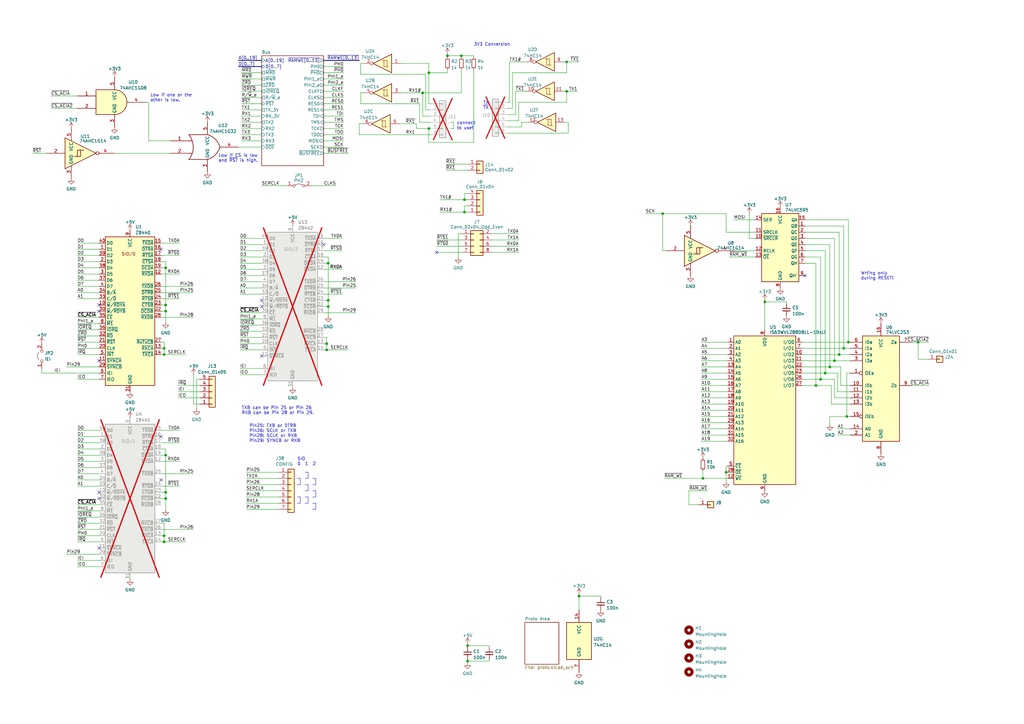
<source format=kicad_sch>
(kicad_sch (version 20230121) (generator eeschema)
  (paper "A3")
  (title_block (title "Unicomp v2 - Zilog Multi Serial") (date "2023-07-06") (rev "v1.1.") (company "100% Offner") (comment 1 "v1: Initial"))
  (junction (at 232.41 25.4))
  (junction (at 175.895 29.845))
  (junction (at 347.98 140.335))
  (junction (at 183.515 22.86))
  (junction (at 232.41 37.465))
  (junction (at 67.31 222.25))
  (junction (at 134.62 123.19))
  (junction (at 237.49 244.475))
  (junction (at 313.69 123.825))
  (junction (at 134.62 107.95))
  (junction (at 67.31 219.71))
  (junction (at 346.075 142.875))
  (junction (at 347.345 170.815))
  (junction (at 344.17 145.415))
  (junction (at 133.985 143.51))
  (junction (at 67.945 201.93))
  (junction (at 67.945 204.47))
  (junction (at 338.455 153.035))
  (junction (at 336.55 155.575))
  (junction (at 67.945 127.635))
  (junction (at 288.29 196.215))
  (junction (at 191.77 264.795))
  (junction (at 175.895 52.705))
  (junction (at 67.945 125.095))
  (junction (at 340.36 150.495))
  (junction (at 271.78 87.63))
  (junction (at 297.815 193.675))
  (junction (at 133.985 140.97))
  (junction (at 67.945 109.855))
  (junction (at 190.5 86.995))
  (junction (at 334.645 158.115))
  (junction (at 173.355 38.1))
  (junction (at 342.265 147.955))
  (junction (at 190.5 81.915))
  (junction (at 191.77 271.145))
  (junction (at 189.23 22.86))
  (junction (at 67.945 186.69))
  (junction (at 67.31 145.415))
  (junction (at 376.555 140.335))
  (junction (at 134.62 125.73))
  (junction (at 67.31 142.875))
  (no_connect (at 179.07 103.505))
  (no_connect (at 40.64 224.79))
  (no_connect (at 66.04 179.07))
  (no_connect (at 107.315 146.05))
  (no_connect (at 40.64 201.93))
  (no_connect (at 107.315 125.73))
  (no_connect (at 66.04 102.235))
  (no_connect (at 107.315 123.19))
  (no_connect (at 132.715 100.33))
  (no_connect (at 66.04 196.85))
  (no_connect (at 40.64 125.095))
  (no_connect (at 40.64 127.635))
  (no_connect (at 330.2 113.03))
  (no_connect (at 40.64 147.955))
  (no_connect (at 40.64 204.47))
  (wire (pts (xy 307.34 87.63) (xy 307.34 97.79)))
  (wire (pts (xy 328.93 140.335) (xy 347.98 140.335)))
  (wire (pts (xy 191.77 84.455) (xy 190.5 84.455)))
  (wire (pts (xy 66.04 219.71) (xy 67.31 219.71)))
  (polyline (pts (xy 121.92 203.835) (xy 123.19 203.835)))
  (polyline (pts (xy 129.54 206.375) (xy 129.54 208.915)))
  (wire (pts (xy 200.66 264.795) (xy 200.66 265.43)))
  (wire (pts (xy 147.955 30.48) (xy 147.955 26.035)))
  (wire (pts (xy 132.715 107.95) (xy 134.62 107.95)))
  (wire (pts (xy 98.425 151.13) (xy 107.315 151.13)))
  (wire (pts (xy 100.965 198.755) (xy 114.3 198.755)))
  (wire (pts (xy 212.725 49.53) (xy 212.725 41.91)))
  (wire (pts (xy 66.04 186.69) (xy 67.945 186.69)))
  (wire (pts (xy 31.75 214.63) (xy 40.64 214.63)))
  (wire (pts (xy 99.06 37.465) (xy 107.315 37.465)))
  (wire (pts (xy 213.995 50.165) (xy 213.995 52.07)))
  (wire (pts (xy 132.715 123.19) (xy 134.62 123.19)))
  (wire (pts (xy 132.715 50.165) (xy 140.97 50.165)))
  (wire (pts (xy 213.995 52.07) (xy 208.28 52.07)))
  (wire (pts (xy 60.96 57.785) (xy 60.96 41.91)))
  (wire (pts (xy 66.04 127.635) (xy 67.945 127.635)))
  (wire (pts (xy 287.655 145.415) (xy 298.45 145.415)))
  (wire (pts (xy 313.69 123.825) (xy 313.69 135.255)))
  (wire (pts (xy 184.785 52.705) (xy 186.055 52.705)))
  (wire (pts (xy 175.895 26.035) (xy 175.895 29.845)))
  (wire (pts (xy 328.93 150.495) (xy 340.36 150.495)))
  (polyline (pts (xy 125.095 196.215) (xy 126.365 196.215)))
  (wire (pts (xy 31.75 179.07) (xy 40.64 179.07)))
  (wire (pts (xy 348.615 160.655) (xy 343.535 160.655)))
  (wire (pts (xy 98.425 110.49) (xy 107.315 110.49)))
  (wire (pts (xy 31.75 209.55) (xy 40.64 209.55)))
  (wire (pts (xy 183.515 29.845) (xy 175.895 29.845)))
  (wire (pts (xy 132.715 62.865) (xy 142.875 62.865)))
  (wire (pts (xy 374.015 158.115) (xy 381 158.115)))
  (wire (pts (xy 342.265 155.575) (xy 342.265 163.195)))
  (wire (pts (xy 27.305 227.33) (xy 40.64 227.33)))
  (wire (pts (xy 134.62 125.73) (xy 134.62 123.19)))
  (wire (pts (xy 98.425 130.81) (xy 107.315 130.81)))
  (polyline (pts (xy 129.54 201.295) (xy 129.54 203.835)))
  (wire (pts (xy 348.615 158.115) (xy 344.805 158.115)))
  (wire (pts (xy 66.04 181.61) (xy 73.66 181.61)))
  (wire (pts (xy 66.04 176.53) (xy 73.66 176.53)))
  (wire (pts (xy 31.75 181.61) (xy 40.64 181.61)))
  (wire (pts (xy 287.655 140.335) (xy 298.45 140.335)))
  (wire (pts (xy 67.31 219.71) (xy 67.31 222.25)))
  (wire (pts (xy 194.31 22.86) (xy 194.31 23.495)))
  (wire (pts (xy 348.615 153.035) (xy 347.345 153.035)))
  (wire (pts (xy 98.425 135.89) (xy 107.315 135.89)))
  (wire (pts (xy 67.945 109.855) (xy 67.945 107.315)))
  (wire (pts (xy 31.75 142.875) (xy 40.64 142.875)))
  (wire (pts (xy 66.04 112.395) (xy 73.66 112.395)))
  (wire (pts (xy 233.045 50.165) (xy 231.775 50.165)))
  (wire (pts (xy 98.425 113.03) (xy 107.315 113.03)))
  (wire (pts (xy 347.98 90.17) (xy 347.98 140.335)))
  (wire (pts (xy 164.465 38.1) (xy 173.355 38.1)))
  (wire (pts (xy 79.375 130.175) (xy 66.04 130.175)))
  (wire (pts (xy 186.055 50.165) (xy 186.055 52.705)))
  (wire (pts (xy 132.715 42.545) (xy 140.97 42.545)))
  (wire (pts (xy 191.77 271.78) (xy 191.77 271.145)))
  (polyline (pts (xy 126.365 198.755) (xy 126.365 201.295)))
  (wire (pts (xy 100.965 206.375) (xy 114.3 206.375)))
  (wire (pts (xy 176.53 45.085) (xy 174.625 45.085)))
  (wire (pts (xy 132.715 102.87) (xy 140.335 102.87)))
  (wire (pts (xy 288.29 196.215) (xy 298.45 196.215)))
  (wire (pts (xy 208.915 41.91) (xy 208.28 41.91)))
  (wire (pts (xy 191.77 271.145) (xy 200.66 271.145)))
  (wire (pts (xy 66.04 214.63) (xy 67.31 214.63)))
  (wire (pts (xy 344.17 145.415) (xy 348.615 145.415)))
  (polyline (pts (xy 128.27 203.835) (xy 129.54 203.835)))
  (wire (pts (xy 330.2 102.87) (xy 338.455 102.87)))
  (wire (pts (xy 98.425 102.87) (xy 107.315 102.87)))
  (wire (pts (xy 210.185 29.845) (xy 232.41 29.845)))
  (wire (pts (xy 328.93 142.875) (xy 346.075 142.875)))
  (wire (pts (xy 31.75 229.87) (xy 40.64 229.87)))
  (wire (pts (xy 98.425 153.67) (xy 107.315 153.67)))
  (wire (pts (xy 271.78 87.63) (xy 271.78 102.87)))
  (wire (pts (xy 132.715 27.305) (xy 140.97 27.305)))
  (wire (pts (xy 170.815 52.705) (xy 175.895 52.705)))
  (wire (pts (xy 98.425 133.35) (xy 107.315 133.35)))
  (wire (pts (xy 299.085 105.41) (xy 309.88 105.41)))
  (wire (pts (xy 79.375 153.67) (xy 79.375 165.735)))
  (wire (pts (xy 348.615 165.735) (xy 340.995 165.735)))
  (wire (pts (xy 132.715 34.925) (xy 140.97 34.925)))
  (wire (pts (xy 347.98 140.335) (xy 348.615 140.335)))
  (wire (pts (xy 328.93 145.415) (xy 344.17 145.415)))
  (wire (pts (xy 336.55 155.575) (xy 342.265 155.575)))
  (wire (pts (xy 79.375 165.735) (xy 81.915 165.735)))
  (wire (pts (xy 215.9 25.4) (xy 208.915 25.4)))
  (wire (pts (xy 66.04 125.095) (xy 67.945 125.095)))
  (wire (pts (xy 100.965 196.215) (xy 114.3 196.215)))
  (wire (pts (xy 346.075 142.875) (xy 348.615 142.875)))
  (wire (pts (xy 31.75 140.335) (xy 40.64 140.335)))
  (wire (pts (xy 66.04 199.39) (xy 73.66 199.39)))
  (wire (pts (xy 31.75 99.695) (xy 40.64 99.695)))
  (wire (pts (xy 31.75 109.855) (xy 40.64 109.855)))
  (wire (pts (xy 99.06 52.705) (xy 107.315 52.705)))
  (wire (pts (xy 287.655 142.875) (xy 298.45 142.875)))
  (wire (pts (xy 201.93 103.505) (xy 212.725 103.505)))
  (wire (pts (xy 31.75 155.575) (xy 40.64 155.575)))
  (wire (pts (xy 297.815 87.63) (xy 271.78 87.63)))
  (wire (pts (xy 67.945 204.47) (xy 67.945 201.93)))
  (wire (pts (xy 176.53 55.245) (xy 147.32 55.245)))
  (wire (pts (xy 182.88 69.85) (xy 191.77 69.85)))
  (wire (pts (xy 79.375 120.015) (xy 66.04 120.015)))
  (wire (pts (xy 132.715 57.785) (xy 140.97 57.785)))
  (wire (pts (xy 98.425 120.65) (xy 107.315 120.65)))
  (polyline (pts (xy 125.095 198.755) (xy 126.365 198.755)))
  (wire (pts (xy 132.715 118.11) (xy 146.05 118.11)))
  (wire (pts (xy 133.985 143.51) (xy 142.875 143.51)))
  (wire (pts (xy 287.655 150.495) (xy 298.45 150.495)))
  (wire (pts (xy 73.025 158.115) (xy 81.915 158.115)))
  (wire (pts (xy 31.75 102.235) (xy 40.64 102.235)))
  (wire (pts (xy 80.645 155.575) (xy 80.645 167.64)))
  (wire (pts (xy 60.96 41.91) (xy 59.69 41.91)))
  (wire (pts (xy 211.455 46.99) (xy 208.28 46.99)))
  (wire (pts (xy 208.915 25.4) (xy 208.915 41.91)))
  (wire (pts (xy 328.93 155.575) (xy 336.55 155.575)))
  (wire (pts (xy 27.305 150.495) (xy 40.64 150.495)))
  (wire (pts (xy 174.625 45.085) (xy 174.625 30.48)))
  (wire (pts (xy 212.725 41.91) (xy 232.41 41.91)))
  (wire (pts (xy 20.955 39.37) (xy 31.75 39.37)))
  (wire (pts (xy 232.41 37.465) (xy 236.855 37.465)))
  (polyline (pts (xy 123.19 203.835) (xy 123.19 206.375)))
  (wire (pts (xy 99.06 47.625) (xy 107.315 47.625)))
  (wire (pts (xy 67.945 127.635) (xy 67.945 125.095)))
  (wire (pts (xy 172.085 42.545) (xy 147.955 42.545)))
  (wire (pts (xy 334.645 158.115) (xy 340.995 158.115)))
  (wire (pts (xy 100.965 193.675) (xy 114.3 193.675)))
  (wire (pts (xy 98.425 138.43) (xy 107.315 138.43)))
  (wire (pts (xy 66.04 145.415) (xy 67.31 145.415)))
  (wire (pts (xy 163.83 50.8) (xy 170.815 50.8)))
  (wire (pts (xy 287.655 155.575) (xy 298.45 155.575)))
  (wire (pts (xy 208.28 49.53) (xy 212.725 49.53)))
  (wire (pts (xy 287.655 168.275) (xy 298.45 168.275)))
  (wire (pts (xy 99.06 57.785) (xy 107.315 57.785)))
  (wire (pts (xy 31.75 186.69) (xy 40.64 186.69)))
  (wire (pts (xy 287.655 163.195) (xy 298.45 163.195)))
  (wire (pts (xy 31.75 104.775) (xy 40.64 104.775)))
  (wire (pts (xy 147.955 26.035) (xy 149.225 26.035)))
  (wire (pts (xy 282.575 207.01) (xy 282.575 201.295)))
  (wire (pts (xy 191.77 264.16) (xy 191.77 264.795)))
  (wire (pts (xy 100.965 203.835) (xy 114.3 203.835)))
  (wire (pts (xy 69.85 62.865) (xy 46.99 62.865)))
  (wire (pts (xy 31.75 184.15) (xy 40.64 184.15)))
  (wire (pts (xy 210.185 44.45) (xy 210.185 29.845)))
  (wire (pts (xy 376.555 140.335) (xy 381 140.335)))
  (wire (pts (xy 189.23 38.1) (xy 173.355 38.1)))
  (wire (pts (xy 31.75 176.53) (xy 40.64 176.53)))
  (wire (pts (xy 336.55 105.41) (xy 336.55 155.575)))
  (wire (pts (xy 175.895 42.545) (xy 176.53 42.545)))
  (wire (pts (xy 173.355 38.1) (xy 173.355 47.625)))
  (wire (pts (xy 343.535 160.655) (xy 343.535 153.035)))
  (wire (pts (xy 313.69 123.19) (xy 313.69 123.825)))
  (wire (pts (xy 287.655 180.975) (xy 298.45 180.975)))
  (wire (pts (xy 211.455 37.465) (xy 211.455 46.99)))
  (wire (pts (xy 347.345 153.035) (xy 347.345 170.815)))
  (wire (pts (xy 73.025 163.195) (xy 81.915 163.195)))
  (wire (pts (xy 232.41 25.4) (xy 231.14 25.4)))
  (wire (pts (xy 31.75 191.77) (xy 40.64 191.77)))
  (wire (pts (xy 31.75 194.31) (xy 40.64 194.31)))
  (wire (pts (xy 287.655 178.435) (xy 298.45 178.435)))
  (polyline (pts (xy 121.92 196.215) (xy 123.19 196.215)))
  (wire (pts (xy 287.655 165.735) (xy 298.45 165.735)))
  (wire (pts (xy 99.06 40.005) (xy 107.315 40.005)))
  (wire (pts (xy 132.715 32.385) (xy 140.97 32.385)))
  (wire (pts (xy 340.995 165.735) (xy 340.995 158.115)))
  (wire (pts (xy 133.985 138.43) (xy 133.985 140.97)))
  (wire (pts (xy 100.965 201.295) (xy 114.3 201.295)))
  (wire (pts (xy 20.955 44.45) (xy 31.75 44.45)))
  (wire (pts (xy 273.05 102.87) (xy 271.78 102.87)))
  (wire (pts (xy 31.75 130.175) (xy 40.64 130.175)))
  (bus (pts (xy 107.315 24.765) (xy 97.79 24.765)))
  (wire (pts (xy 31.75 217.17) (xy 40.64 217.17)))
  (wire (pts (xy 69.85 57.785) (xy 60.96 57.785)))
  (wire (pts (xy 297.815 193.675) (xy 297.815 197.485)))
  (wire (pts (xy 98.425 140.97) (xy 107.315 140.97)))
  (wire (pts (xy 346.075 92.71) (xy 346.075 142.875)))
  (wire (pts (xy 264.795 87.63) (xy 271.78 87.63)))
  (wire (pts (xy 31.75 117.475) (xy 40.64 117.475)))
  (wire (pts (xy 340.36 150.495) (xy 344.805 150.495)))
  (wire (pts (xy 330.2 107.95) (xy 334.645 107.95)))
  (wire (pts (xy 180.34 81.915) (xy 190.5 81.915)))
  (wire (pts (xy 67.945 132.08) (xy 67.945 127.635)))
  (polyline (pts (xy 123.19 196.215) (xy 123.19 198.755)))
  (wire (pts (xy 31.75 145.415) (xy 40.64 145.415)))
  (wire (pts (xy 194.31 58.42) (xy 175.895 58.42)))
  (polyline (pts (xy 128.27 208.915) (xy 129.54 208.915)))
  (wire (pts (xy 334.645 107.95) (xy 334.645 158.115)))
  (polyline (pts (xy 121.92 198.755) (xy 123.19 198.755)))
  (wire (pts (xy 287.655 160.655) (xy 298.45 160.655)))
  (wire (pts (xy 132.715 55.245) (xy 140.97 55.245)))
  (wire (pts (xy 147.955 42.545) (xy 147.955 38.1)))
  (wire (pts (xy 132.715 120.65) (xy 140.335 120.65)))
  (wire (pts (xy 147.32 55.245) (xy 147.32 50.8)))
  (wire (pts (xy 233.045 54.61) (xy 233.045 50.165)))
  (wire (pts (xy 132.715 40.005) (xy 140.97 40.005)))
  (wire (pts (xy 132.715 110.49) (xy 140.335 110.49)))
  (wire (pts (xy 330.2 105.41) (xy 336.55 105.41)))
  (wire (pts (xy 31.75 219.71) (xy 40.64 219.71)))
  (wire (pts (xy 330.2 97.79) (xy 342.265 97.79)))
  (wire (pts (xy 347.345 170.815) (xy 348.615 170.815)))
  (wire (pts (xy 31.75 196.85) (xy 40.64 196.85)))
  (wire (pts (xy 179.07 103.505) (xy 189.23 103.505)))
  (wire (pts (xy 342.265 163.195) (xy 348.615 163.195)))
  (wire (pts (xy 31.75 232.41) (xy 40.64 232.41)))
  (wire (pts (xy 66.04 104.775) (xy 73.66 104.775)))
  (wire (pts (xy 286.385 207.01) (xy 282.575 207.01)))
  (wire (pts (xy 340.36 170.815) (xy 347.345 170.815)))
  (wire (pts (xy 99.06 42.545) (xy 107.315 42.545)))
  (polyline (pts (xy 128.27 198.755) (xy 129.54 198.755)))
  (wire (pts (xy 191.77 81.915) (xy 190.5 81.915)))
  (wire (pts (xy 146.05 128.27) (xy 132.715 128.27)))
  (wire (pts (xy 31.75 137.795) (xy 40.64 137.795)))
  (polyline (pts (xy 125.095 193.675) (xy 126.365 193.675)))
  (wire (pts (xy 237.49 243.84) (xy 237.49 244.475)))
  (wire (pts (xy 98.425 100.33) (xy 107.315 100.33)))
  (wire (pts (xy 81.915 155.575) (xy 80.645 155.575)))
  (wire (pts (xy 132.715 47.625) (xy 140.97 47.625)))
  (wire (pts (xy 297.815 95.25) (xy 309.88 95.25)))
  (wire (pts (xy 340.36 170.815) (xy 340.36 173.99)))
  (wire (pts (xy 215.9 37.465) (xy 211.455 37.465)))
  (wire (pts (xy 287.655 170.815) (xy 298.45 170.815)))
  (wire (pts (xy 187.96 105.41) (xy 187.96 95.885)))
  (wire (pts (xy 297.815 87.63) (xy 297.815 95.25)))
  (wire (pts (xy 190.5 84.455) (xy 190.5 86.995)))
  (wire (pts (xy 343.535 175.895) (xy 348.615 175.895)))
  (wire (pts (xy 98.425 107.95) (xy 107.315 107.95)))
  (wire (pts (xy 338.455 102.87) (xy 338.455 153.035)))
  (wire (pts (xy 376.555 147.32) (xy 376.555 140.335)))
  (wire (pts (xy 208.28 44.45) (xy 210.185 44.45)))
  (wire (pts (xy 287.655 173.355) (xy 298.45 173.355)))
  (wire (pts (xy 67.945 201.93) (xy 67.945 186.69)))
  (wire (pts (xy 200.66 270.51) (xy 200.66 271.145)))
  (wire (pts (xy 187.96 95.885) (xy 189.23 95.885)))
  (wire (pts (xy 132.715 60.325) (xy 140.97 60.325)))
  (wire (pts (xy 190.5 79.375) (xy 191.77 79.375)))
  (wire (pts (xy 190.5 86.995) (xy 191.77 86.995)))
  (wire (pts (xy 67.945 184.15) (xy 66.04 184.15)))
  (wire (pts (xy 31.75 120.015) (xy 40.64 120.015)))
  (wire (pts (xy 97.79 60.325) (xy 107.315 60.325)))
  (wire (pts (xy 79.375 194.31) (xy 66.04 194.31)))
  (wire (pts (xy 66.04 99.695) (xy 73.66 99.695)))
  (wire (pts (xy 98.425 128.27) (xy 107.315 128.27)))
  (wire (pts (xy 98.425 97.79) (xy 107.315 97.79)))
  (wire (pts (xy 98.425 118.11) (xy 107.315 118.11)))
  (wire (pts (xy 172.085 50.165) (xy 172.085 42.545)))
  (polyline (pts (xy 125.095 201.295) (xy 126.365 201.295)))
  (wire (pts (xy 175.895 29.845) (xy 175.895 42.545)))
  (wire (pts (xy 99.06 34.925) (xy 107.315 34.925)))
  (wire (pts (xy 31.75 212.09) (xy 40.64 212.09)))
  (wire (pts (xy 31.75 207.01) (xy 40.64 207.01)))
  (wire (pts (xy 66.04 201.93) (xy 67.945 201.93)))
  (wire (pts (xy 374.015 140.335) (xy 376.555 140.335)))
  (wire (pts (xy 189.23 28.575) (xy 189.23 38.1)))
  (wire (pts (xy 98.425 143.51) (xy 107.315 143.51)))
  (wire (pts (xy 31.75 132.715) (xy 40.64 132.715)))
  (polyline (pts (xy 128.27 201.295) (xy 129.54 201.295)))
  (wire (pts (xy 342.265 97.79) (xy 342.265 147.955)))
  (wire (pts (xy 328.93 147.955) (xy 342.265 147.955)))
  (wire (pts (xy 127.635 76.2) (xy 137.795 76.2)))
  (wire (pts (xy 132.715 45.085) (xy 140.97 45.085)))
  (wire (pts (xy 134.62 123.19) (xy 134.62 107.95)))
  (wire (pts (xy 117.475 76.2) (xy 107.315 76.2)))
  (wire (pts (xy 99.06 50.165) (xy 107.315 50.165)))
  (wire (pts (xy 164.465 26.035) (xy 175.895 26.035)))
  (wire (pts (xy 189.23 22.86) (xy 189.23 23.495)))
  (wire (pts (xy 100.965 208.915) (xy 114.3 208.915)))
  (wire (pts (xy 66.04 122.555) (xy 73.66 122.555)))
  (polyline (pts (xy 128.27 206.375) (xy 129.54 206.375)))
  (wire (pts (xy 300.99 90.17) (xy 309.88 90.17)))
  (wire (pts (xy 31.75 107.315) (xy 40.64 107.315)))
  (wire (pts (xy 134.62 129.54) (xy 134.62 125.73)))
  (wire (pts (xy 344.805 158.115) (xy 344.805 150.495)))
  (wire (pts (xy 322.58 123.825) (xy 322.58 124.46)))
  (wire (pts (xy 99.06 45.085) (xy 107.315 45.085)))
  (wire (pts (xy 191.77 264.795) (xy 191.77 265.43)))
  (wire (pts (xy 175.895 52.705) (xy 176.53 52.705)))
  (wire (pts (xy 175.895 58.42) (xy 175.895 52.705)))
  (wire (pts (xy 66.04 189.23) (xy 73.66 189.23)))
  (wire (pts (xy 99.06 29.845) (xy 107.315 29.845)))
  (wire (pts (xy 282.575 201.295) (xy 290.195 201.295)))
  (wire (pts (xy 99.06 32.385) (xy 107.315 32.385)))
  (wire (pts (xy 237.49 244.475) (xy 237.49 250.19)))
  (wire (pts (xy 134.62 105.41) (xy 132.715 105.41)))
  (wire (pts (xy 208.28 54.61) (xy 233.045 54.61)))
  (wire (pts (xy 287.655 153.035) (xy 298.45 153.035)))
  (wire (pts (xy 174.625 30.48) (xy 147.955 30.48)))
  (wire (pts (xy 31.75 199.39) (xy 40.64 199.39)))
  (polyline (pts (xy 129.54 196.215) (xy 129.54 198.755)))
  (wire (pts (xy 297.815 193.675) (xy 298.45 193.675)))
  (wire (pts (xy 67.945 186.69) (xy 67.945 184.15)))
  (wire (pts (xy 287.655 175.895) (xy 298.45 175.895)))
  (wire (pts (xy 67.945 208.915) (xy 67.945 204.47)))
  (wire (pts (xy 66.04 142.875) (xy 67.31 142.875)))
  (wire (pts (xy 31.75 189.23) (xy 40.64 189.23)))
  (polyline (pts (xy 121.92 206.375) (xy 123.19 206.375)))
  (polyline (pts (xy 125.095 206.375) (xy 126.365 206.375)))
  (wire (pts (xy 287.655 158.115) (xy 298.45 158.115)))
  (wire (pts (xy 297.815 191.135) (xy 297.815 193.675)))
  (bus (pts (xy 132.715 24.765) (xy 147.32 24.765)))
  (wire (pts (xy 170.815 50.8) (xy 170.815 52.705)))
  (wire (pts (xy 73.025 160.655) (xy 81.915 160.655)))
  (wire (pts (xy 66.04 140.335) (xy 67.31 140.335)))
  (wire (pts (xy 201.93 98.425) (xy 212.725 98.425)))
  (wire (pts (xy 246.38 244.475) (xy 246.38 245.11)))
  (wire (pts (xy 183.515 28.575) (xy 183.515 29.845)))
  (wire (pts (xy 67.945 125.095) (xy 67.945 109.855)))
  (wire (pts (xy 132.715 138.43) (xy 133.985 138.43)))
  (wire (pts (xy 201.93 95.885) (xy 212.725 95.885)))
  (wire (pts (xy 66.04 222.25) (xy 67.31 222.25)))
  (wire (pts (xy 288.29 193.04) (xy 288.29 196.215)))
  (wire (pts (xy 194.31 28.575) (xy 194.31 58.42)))
  (wire (pts (xy 67.31 142.875) (xy 67.31 145.415)))
  (wire (pts (xy 132.715 143.51) (xy 133.985 143.51)))
  (wire (pts (xy 287.655 147.955) (xy 298.45 147.955)))
  (wire (pts (xy 79.375 217.17) (xy 66.04 217.17)))
  (wire (pts (xy 328.93 158.115) (xy 334.645 158.115)))
  (wire (pts (xy 183.515 22.86) (xy 183.515 23.495)))
  (wire (pts (xy 132.715 125.73) (xy 134.62 125.73)))
  (wire (pts (xy 134.62 107.95) (xy 134.62 105.41)))
  (wire (pts (xy 343.535 178.435) (xy 348.615 178.435)))
  (wire (pts (xy 98.425 115.57) (xy 107.315 115.57)))
  (wire (pts (xy 216.535 50.165) (xy 213.995 50.165)))
  (polyline (pts (xy 128.27 196.215) (xy 129.54 196.215)))
  (wire (pts (xy 380.365 147.32) (xy 376.555 147.32)))
  (wire (pts (xy 307.34 97.79) (xy 309.88 97.79)))
  (wire (pts (xy 176.53 50.165) (xy 172.085 50.165)))
  (wire (pts (xy 179.07 100.965) (xy 189.23 100.965)))
  (wire (pts (xy 190.5 81.915) (xy 190.5 79.375)))
  (wire (pts (xy 147.955 38.1) (xy 149.225 38.1)))
  (polyline (pts (xy 126.365 193.675) (xy 126.365 196.215)))
  (wire (pts (xy 31.75 122.555) (xy 40.64 122.555)))
  (wire (pts (xy 132.715 29.845) (xy 140.97 29.845)))
  (wire (pts (xy 17.145 153.035) (xy 40.64 153.035)))
  (wire (pts (xy 146.05 115.57) (xy 132.715 115.57)))
  (wire (pts (xy 237.49 244.475) (xy 246.38 244.475)))
  (wire (pts (xy 98.425 105.41) (xy 107.315 105.41)))
  (bus (pts (xy 107.315 27.305) (xy 97.79 27.305)))
  (wire (pts (xy 132.715 140.97) (xy 133.985 140.97)))
  (wire (pts (xy 272.415 196.215) (xy 288.29 196.215)))
  (wire (pts (xy 67.31 222.25) (xy 76.2 222.25)))
  (wire (pts (xy 342.265 147.955) (xy 348.615 147.955)))
  (wire (pts (xy 17.145 151.13) (xy 17.145 153.035)))
  (wire (pts (xy 330.2 95.25) (xy 344.17 95.25)))
  (wire (pts (xy 184.785 50.165) (xy 186.055 50.165)))
  (wire (pts (xy 132.715 97.79) (xy 140.335 97.79)))
  (wire (pts (xy 313.69 123.825) (xy 322.58 123.825)))
  (wire (pts (xy 133.985 140.97) (xy 133.985 143.51)))
  (wire (pts (xy 132.715 52.705) (xy 140.97 52.705)))
  (wire (pts (xy 340.36 100.33) (xy 340.36 150.495)))
  (wire (pts (xy 182.88 67.31) (xy 191.77 67.31)))
  (wire (pts (xy 132.715 37.465) (xy 140.97 37.465)))
  (wire (pts (xy 232.41 37.465) (xy 231.14 37.465)))
  (wire (pts (xy 191.77 271.145) (xy 191.77 270.51)))
  (wire (pts (xy 67.31 214.63) (xy 67.31 219.71)))
  (wire (pts (xy 344.17 95.25) (xy 344.17 145.415)))
  (wire (pts (xy 79.375 117.475) (xy 66.04 117.475)))
  (wire (pts (xy 338.455 153.035) (xy 343.535 153.035)))
  (wire (pts (xy 328.93 153.035) (xy 338.455 153.035)))
  (wire (pts (xy 191.77 264.795) (xy 200.66 264.795)))
  (wire (pts (xy 66.04 109.855) (xy 67.945 109.855)))
  (wire (pts (xy 67.31 140.335) (xy 67.31 142.875)))
  (wire (pts (xy 330.2 100.33) (xy 340.36 100.33)))
  (wire (pts (xy 330.2 92.71) (xy 346.075 92.71)))
  (wire (pts (xy 232.41 41.91) (xy 232.41 37.465)))
  (wire (pts (xy 31.75 112.395) (xy 40.64 112.395)))
  (wire (pts (xy 183.515 22.225) (xy 183.515 22.86)))
  (wire (pts (xy 67.31 145.415) (xy 76.2 145.415)))
  (wire (pts (xy 183.515 22.86) (xy 189.23 22.86)))
  (wire (pts (xy 99.06 55.245) (xy 107.315 55.245)))
  (wire (pts (xy 31.75 135.255) (xy 40.64 135.255)))
  (wire (pts (xy 179.07 98.425) (xy 189.23 98.425)))
  (wire (pts (xy 31.75 114.935) (xy 40.64 114.935)))
  (wire (pts (xy 147.32 50.8) (xy 148.59 50.8)))
  (wire (pts (xy 189.23 22.86) (xy 194.31 22.86)))
  (wire (pts (xy 330.2 90.17) (xy 347.98 90.17)))
  (wire (pts (xy 67.945 107.315) (xy 66.04 107.315)))
  (wire (pts (xy 201.93 100.965) (xy 212.725 100.965)))
  (polyline (pts (xy 125.095 203.835) (xy 126.365 203.835)))
  (polyline (pts (xy 126.365 203.835) (xy 126.365 206.375)))
  (wire (pts (xy 232.41 25.4) (xy 237.49 25.4)))
  (wire (pts (xy 300.99 102.87) (xy 309.88 102.87)))
  (wire (pts (xy 31.75 222.25) (xy 40.64 222.25)))
  (wire (pts (xy 173.355 47.625) (xy 176.53 47.625)))
  (wire (pts (xy 13.335 62.865) (xy 19.05 62.865)))
  (wire (pts (xy 297.815 191.135) (xy 298.45 191.135)))
  (wire (pts (xy 66.04 204.47) (xy 67.945 204.47)))
  (wire (pts (xy 180.34 86.995) (xy 190.5 86.995)))
  (wire (pts (xy 232.41 29.845) (xy 232.41 25.4)))
  (text "TXB can be Pin 25 or Pin 26\nRXB can be Pin 28 or Pin 29." (at 99.06 170.18 0) (effects (font (size 1.27 1.27)) (justify left bottom)))
  (text "SIO\n0  1  2" (at 121.92 191.135 0) (effects (font (size 1.27 1.27)) (justify left bottom)))
  (text "Wrting only\nduring RESET!" (at 353.06 114.935 0) (effects (font (size 1.27 1.27)) (justify left bottom)))
  (text "connect\nto use!" (at 187.325 53.34 0) (effects (font (size 1.27 1.27)) (justify left bottom)))
  (text "Pin25: TXB or DTRB\nPin26: SCLK or TXB\nPin28: SCLK or RXB\nPin29: SYNCB or RXB" (at 102.235 181.61 0) (effects (font (size 1.27 1.27)) (justify left bottom)))
  (text "3V3 Conversion" (at 194.31 19.05 0) (effects (font (size 1.27 1.27)) (justify left bottom)))
  (text "Low if CS is low \nand ~{RST} is high." (at 89.535 66.675 0) (effects (font (size 1.27 1.27)) (justify left bottom)))
  (text "Low if one or the\nother is low." (at 61.595 41.91 0) (effects (font (size 1.27 1.27)) (justify left bottom)))
  (text "TX\n~{TX}" (at 198.12 45.085 0) (effects (font (size 1.27 1.27)) (justify left bottom)))
  (label "~{CS_ACIA}" (at 381 158.115 180))
  (label "~{IRQ}" (at 31.75 222.25 0))
  (label "Pin25" (at 79.375 120.015 180))
  (label "TX0A" (at 140.335 97.79 180))
  (label "RX0A" (at 140.335 110.49 180))
  (label "~{IOREQ}" (at 99.06 37.465 0))
  (label "~{RX1}'" (at 182.88 67.31 0))
  (label "D5" (at 31.75 189.23 0))
  (label "IEI" (at 22.225 153.035 0))
  (label "~{ZRD}" (at 98.425 135.89 0))
  (label "SERCLK" (at 100.965 201.295 0))
  (label "Pin26" (at 100.965 198.755 0))
  (label "TX1#" (at 208.915 25.4 0))
  (label "PH0" (at 31.75 219.71 0))
  (label "~{TX1}" (at 237.49 25.4 180))
  (label "~{ZRD}" (at 31.75 137.795 0))
  (label "~{BUSFREE}" (at 142.875 62.865 180))
  (label "~{RAM_WE}" (at 272.415 196.215 0))
  (label "D4" (at 31.75 109.855 0))
  (label "SERCLK" (at 76.2 145.415 180))
  (label "PHI2_e" (at 140.97 34.925 180))
  (label "SCK" (at 264.795 87.63 0))
  (label "TX1#" (at 180.34 81.915 0))
  (label "~{CS_ACIA}" (at 98.425 128.27 0))
  (label "D2" (at 31.75 104.775 0))
  (label "Pin29" (at 27.305 227.33 0))
  (label "Pin25" (at 79.375 194.31 180))
  (label "RX1#" (at 172.72 38.1 180))
  (label "Pin28" (at 100.965 203.835 0))
  (label "D0" (at 98.425 97.79 0))
  (label "Pin26" (at 146.05 115.57 180))
  (label "RX1#" (at 180.34 86.995 0))
  (label "PH0" (at 140.97 27.305 180))
  (label "D1" (at 98.425 100.33 0))
  (label "A1" (at 343.535 175.895 0))
  (label "D5" (at 98.425 110.49 0))
  (label "Pin29" (at 100.965 208.915 0))
  (label "TX2" (at 99.06 50.165 0))
  (label "A4" (at 287.655 142.875 0))
  (label "D2" (at 98.425 102.87 0))
  (label "TX1A" (at 100.965 196.215 0))
  (label "~{RAMWE[0..13]}" (at 147.32 24.765 180))
  (label "TX3" (at 99.06 55.245 0))
  (label "~{RST}" (at 31.75 217.17 0))
  (label "CLKS" (at 140.97 40.005 180))
  (label "D5" (at 31.75 112.395 0))
  (label "SCK" (at 140.97 60.325 180))
  (label "PHI1_e" (at 31.75 132.715 0))
  (label "D7" (at 98.425 115.57 0))
  (label "A13" (at 287.655 165.735 0))
  (label "~{RX1}" (at 182.88 69.85 0))
  (label "Pin29" (at 146.05 128.27 180))
  (label "D1" (at 31.75 102.235 0))
  (label "RX1" (at 166.37 55.245 0))
  (label "A3" (at 287.655 140.335 0))
  (label "~{RST}" (at 31.75 140.335 0))
  (label "RX0A" (at 140.335 110.49 180))
  (label "D0" (at 31.75 176.53 0))
  (label "~{RAM_WE}" (at 290.195 201.295 180))
  (label "A17" (at 287.655 175.895 0))
  (label "TDI" (at 140.97 47.625 180))
  (label "~{RST}" (at 99.06 42.545 0))
  (label "R{slash}~{W}_e" (at 99.06 40.005 0))
  (label "~{PH0}" (at 140.97 29.845 180))
  (label "CLKF" (at 140.97 37.465 180))
  (label "TX1A" (at 212.725 98.425 180))
  (label "~{RX1}" (at 172.085 42.545 180))
  (label "~{CS_ACIA}" (at 20.955 39.37 0))
  (label "~{CS_ACIA}" (at 31.75 130.175 0))
  (label "A14" (at 287.655 168.275 0))
  (label "RX1A" (at 100.965 206.375 0))
  (label "A1" (at 98.425 120.65 0))
  (label "A0" (at 31.75 196.85 0))
  (label "~{IOREQ}" (at 31.75 135.255 0))
  (label "~{ZRD}" (at 99.06 34.925 0))
  (label "PHI1_e" (at 98.425 130.81 0))
  (label "IEI" (at 73.025 160.655 0))
  (label "~{RX1}'" (at 170.815 50.8 180))
  (label "A10" (at 287.655 158.115 0))
  (label "~{CS_ACIA}" (at 31.75 130.175 0))
  (label "RX3" (at 99.06 57.785 0))
  (label "A1" (at 31.75 122.555 0))
  (label "A1" (at 31.75 199.39 0))
  (label "D1" (at 31.75 179.07 0))
  (label "~{CS_ACIA}" (at 31.75 207.01 0))
  (label "PH0" (at 31.75 142.875 0))
  (label "RES1" (at 140.97 45.085 180))
  (label "Pin28" (at 79.375 130.175 180))
  (label "D4" (at 98.425 107.95 0))
  (label "PH0" (at 98.425 140.97 0))
  (label "TDO" (at 140.97 55.245 180))
  (label "Pin25" (at 146.05 118.11 180))
  (label "MOSI" (at 140.97 57.785 180))
  (label "D7" (at 31.75 194.31 0))
  (label "~{IOREQ}" (at 98.425 133.35 0))
  (label "D3" (at 31.75 107.315 0))
  (label "RX1A" (at 212.725 103.505 180))
  (label "A6" (at 287.655 147.955 0))
  (label "~{CS_ACIA}" (at 98.425 128.27 0))
  (label "A7" (at 287.655 150.495 0))
  (label "RES0" (at 140.97 42.545 180))
  (label "~{IRQ}" (at 31.75 145.415 0))
  (label "IEO" (at 31.75 155.575 0))
  (label "SERCLK" (at 76.2 222.25 180))
  (label "~{RAM_WE}" (at 299.085 105.41 0))
  (label "~{IRQ}" (at 98.425 143.51 0))
  (label "A12" (at 287.655 163.195 0))
  (label "~{RTS0}" (at 140.335 102.87 180))
  (label "A0" (at 31.75 120.015 0))
  (label "~{TX1}" (at 211.455 37.465 0))
  (label "~{CS_ACIA}" (at 31.75 207.01 0))
  (label "~{CS_ACIA}" (at 98.425 128.27 0))
  (label "TMS" (at 140.97 50.165 180))
  (label "D[0..7]" (at 97.79 27.305 0))
  (label "A5" (at 287.655 145.415 0))
  (label "RX1" (at 99.06 47.625 0))
  (label "~{MWR}" (at 99.06 32.385 0))
  (label "RX2" (at 99.06 52.705 0))
  (label "D3" (at 31.75 184.15 0))
  (label "D6" (at 31.75 191.77 0))
  (label "~{CS_ACIA2}" (at 20.955 44.45 0))
  (label "D6" (at 31.75 114.935 0))
  (label "Pin25" (at 100.965 193.675 0))
  (label "RX0A" (at 73.66 112.395 180))
  (label "A19" (at 287.655 180.975 0))
  (label "Pin26" (at 79.375 217.17 180))
  (label "SERCLK" (at 142.875 143.51 180))
  (label "A8" (at 287.655 153.035 0))
  (label "~{CS_ACIA}" (at 31.75 207.01 0))
  (label "TX1" (at 99.06 45.085 0))
  (label "IEI" (at 98.425 151.13 0))
  (label "D7" (at 31.75 117.475 0))
  (label "A9" (at 287.655 155.575 0))
  (label "A0" (at 98.425 118.11 0))
  (label "~{RTS0}" (at 73.66 181.61 180))
  (label "~{RTS0}" (at 73.66 104.775 180))
  (label "Pin29" (at 27.305 150.495 0))
  (label "~{IOREQ}" (at 31.75 212.09 0))
  (label "~{RTS1}" (at 140.335 120.65 180))
  (label "D0" (at 31.75 99.695 0))
  (label "A18" (at 287.655 178.435 0))
  (label "IEO" (at 98.425 153.67 0))
  (label "~{IRQ}" (at 73.025 158.115 0))
  (label "SERCLK" (at 107.315 76.2 0))
  (label "D3" (at 98.425 105.41 0))
  (label "A16" (at 287.655 173.355 0))
  (label "IEO" (at 73.025 163.195 0))
  (label "A[0..19]" (at 97.79 24.765 0))
  (label "D4" (at 31.75 186.69 0))
  (label "~{CS_ACIA}" (at 31.75 130.175 0))
  (label "~{RTS1}" (at 73.66 199.39 180))
  (label "~{MRD}" (at 99.06 29.845 0))
  (label "A11" (at 287.655 160.655 0))
  (label "~{RST}" (at 98.425 138.43 0))
  (label "~{RTS1}" (at 179.07 98.425 0))
  (label "~{CS_ACIA2}" (at 381 140.335 180))
  (label "IEO" (at 31.75 232.41 0))
  (label "~{ZRD}" (at 31.75 214.63 0))
  (label "TX0A" (at 212.725 95.885 180))
  (label "D6" (at 98.425 113.03 0))
  (label "PHI1_e" (at 31.75 209.55 0))
  (label "A15" (at 287.655 170.815 0))
  (label "A2" (at 343.535 178.435 0))
  (label "~{RST}" (at 13.335 62.865 0))
  (label "IEI" (at 31.75 229.87 0))
  (label "TX1" (at 236.855 37.465 180))
  (label "RX0A" (at 73.66 189.23 180))
  (label "~{RTS0}" (at 179.07 100.965 0))
  (label "CLKS" (at 137.795 76.2 180))
  (label "TCK" (at 140.97 52.705 180))
  (label "Pin26" (at 79.375 117.475 180))
  (label "PHI1_e" (at 140.97 32.385 180))
  (label "TX0A" (at 73.66 99.695 180))
  (label "TX0A" (at 73.66 176.53 180))
  (label "D2" (at 31.75 181.61 0))
  (label "~{RTS1}" (at 73.66 122.555 180))
  (label "MOSI" (at 300.99 90.17 0))
  (label "RX0A" (at 212.725 100.965 180))
  (symbol (lib_id "power:GND") (at 320.04 118.11 0) (unit 1)
    (property "Reference" "#PWR051" (effects hide))
    (property "Value" "GND" (at 320.04 122.5534 0))
  )
  (symbol (lib_id "Connector_Generic:Conn_01x02") (at 196.85 67.31 0) (unit 1)
    (property "Reference" "J14" (at 198.882 67.556 0) (effects (justify left)))
    (property "Value" "Conn_01x02" (at 198.882 69.604 0) (effects (justify left)))
    (property "Footprint" "Connector_PinHeader_2.54mm:PinHeader_1x02_P2.54mm_Vertical" (effects hide))
  )
  (symbol (lib_id "74xx:74HC14") (at 237.49 262.89 0) (unit 7)
    (property "Reference" "U2" (at 243.332 262.0553 0) (effects (justify left)))
    (property "Value" "74HC14" (at 243.332 264.5922 0) (effects (justify left)))
    (property "Footprint" "Package_DIP:DIP-14_W7.62mm_Socket" (effects hide))
    (property "Datasheet" "http://www.ti.com/lit/gpn/sn74HC14" (effects hide))
  )
  (symbol (lib_id "power:+3V3") (at 29.21 52.705 0) (unit 1)
    (property "Reference" "#PWR062" (effects hide))
    (property "Value" "+3V3" (at 29.21 49.1292 0))
  )
  (symbol (lib_id "power:+3V3") (at 361.315 132.715 0) (unit 1)
    (property "Reference" "#PWR048" (effects hide))
    (property "Value" "+3V3" (at 361.315 129.1392 0))
  )
  (symbol (lib_id "power:GND") (at 297.815 197.485 0) (unit 1)
    (property "Reference" "#PWR050" (effects hide))
    (property "Value" "GND" (at 297.815 201.9284 0))
  )
  (symbol (lib_id "power:GND") (at 340.36 173.99 0) (unit 1)
    (property "Reference" "#PWR02" (effects hide))
    (property "Value" "GND" (at 340.36 178.4334 0))
  )
  (symbol (lib_id "Device:C_Small") (at 200.66 267.97 0) (unit 1)
    (property "Reference" "C2" (at 202.9841 267.1416 0) (effects (justify left)))
    (property "Value" "100n" (at 202.9841 269.6785 0) (effects (justify left)))
    (property "Footprint" "Capacitor_SMD:C_1206_3216Metric" (effects hide))
  )
  (symbol (lib_id "74xx:74HC14") (at 223.52 37.465 0) (mirror y) (unit 5)
    (property "Reference" "U2" (at 218.44 32.3881 0))
    (property "Value" "74HC14" (at 218.44 34.925 0))
    (property "Footprint" "Package_DIP:DIP-14_W7.62mm_Socket" (effects hide))
    (property "Datasheet" "http://www.ti.com/lit/gpn/sn74HC14" (effects hide))
  )
  (symbol (lib_id "power:+3V3") (at 237.49 243.84 0) (unit 1)
    (property "Reference" "#PWR041" (effects hide))
    (property "Value" "+3V3" (at 237.49 240.2642 0))
  )
  (symbol (lib_id "Connector_Generic:Conn_01x06") (at 181.61 47.625 0) (unit 1) (in_bom no) (on_board no) (dnp yes)
    (property "Reference" "J11" (at 183.642 47.871 0) (effects (justify left)))
    (property "Value" "." (at 183.642 49.919 0) (effects (justify left)))
    (property "Footprint" "Connector_PinHeader_2.54mm:PinHeader_1x06_P2.54mm_Vertical" (effects hide))
  )
  (symbol (lib_id "power:+3V3") (at 85.09 50.165 0) (unit 1)
    (property "Reference" "#PWR064" (effects hide))
    (property "Value" "+3V3" (at 85.09 46.5892 0))
  )
  (symbol (lib_id "power:GND") (at 53.34 160.655 0) (unit 1)
    (property "Reference" "#PWR010" (effects hide))
    (property "Value" "GND" (at 53.34 165.0984 0))
  )
  (symbol (lib_id "74xx:74HC14") (at 156.845 26.035 0) (mirror y) (unit 1)
    (property "Reference" "U2" (at 151.765 20.9581 0))
    (property "Value" "74HC14" (at 151.765 23.495 0))
    (property "Footprint" "Package_DIP:DIP-14_W7.62mm_Socket" (effects hide))
    (property "Datasheet" "http://www.ti.com/lit/gpn/sn74HC14" (effects hide))
  )
  (symbol (lib_id "Mechanical:MountingHole") (at 282.575 258.445 0) (unit 1)
    (property "Reference" "H1" (at 285.115 257.6103 0) (effects (justify left)))
    (property "Value" "MountingHole" (at 285.115 260.1472 0) (effects (justify left)))
    (property "Footprint" "MountingHole:MountingHole_3.2mm_M3" (effects hide))
  )
  (symbol (lib_id "power:+3V3") (at 283.21 92.71 0) (unit 1)
    (property "Reference" "#PWR053" (effects hide))
    (property "Value" "+3V3" (at 283.21 89.1342 0))
  )
  (symbol (lib_id "power:GND") (at 313.69 201.295 0) (unit 1)
    (property "Reference" "#PWR047" (effects hide))
    (property "Value" "GND" (at 313.69 205.7384 0))
  )
  (symbol (lib_id "power:GND") (at 53.34 237.49 0) (unit 1)
    (property "Reference" "#PWR015" (effects hide))
    (property "Value" "GND" (at 53.34 241.9334 0))
  )
  (symbol (lib_id "Connector_Generic:Conn_01x04") (at 196.85 84.455 0) (mirror x) (unit 1)
    (property "Reference" "J6" (at 196.85 74.525 0))
    (property "Value" "Conn_01x04" (at 196.85 76.573 0))
    (property "Footprint" "Connector_PinHeader_2.54mm:PinHeader_1x04_P2.54mm_Vertical" (effects hide))
  )
  (symbol (lib_id "power:GND") (at 29.21 73.025 0) (unit 1)
    (property "Reference" "#PWR063" (effects hide))
    (property "Value" "GND" (at 29.21 77.4684 0))
  )
  (symbol (lib_id "Connector_Generic:Conn_01x05") (at 86.995 160.655 0) (mirror x) (unit 1)
    (property "Reference" "J13" (at 86.995 150.1607 0))
    (property "Value" "Conn_01x05" (at 86.995 152.5849 0))
    (property "Footprint" "Connector_PinHeader_2.54mm:PinHeader_1x05_P2.54mm_Vertical" (effects hide))
  )
  (symbol (lib_id "Jumper:Jumper_2_Open") (at 17.145 146.05 90) (unit 1)
    (property "Reference" "JP2" (at 18.288 144.8379 90) (effects (justify right)))
    (property "Value" "IEI" (at 18.288 147.2621 90) (effects (justify right)))
    (property "Footprint" "Connector_PinHeader_2.54mm:PinHeader_1x02_P2.54mm_Vertical" (effects hide))
  )
  (symbol (lib_id "my_ics_new:Z8441") (at 53.34 204.47 0) (unit 1) (in_bom no) (on_board no) (dnp yes)
    (property "Reference" "U4" (at 55.5341 169.8457 0) (effects (justify left)))
    (property "Value" "Z8441" (at 55.5341 172.2699 0) (effects (justify left)))
    (property "Footprint" "Package_DIP:DIP-40_W15.24mm" (effects hide))
    (property "Datasheet" "https://www.zilog.com/appnotes_download.php?FromPage=DirectLink&dn=PS0180&ft=Product%20Specification%20(Data%20Sheet)%20%20&f=YUhSMGNEb3ZMM2QzZHk1NmFXeHZaeTVqYjIwdlpHOWpjeTk2T0RBdmNITXdNVGd3TG5Ca1pnPT0=" (effects hide))
  )
  (symbol (lib_id "power:+3V3") (at 320.04 85.09 0) (unit 1)
    (property "Reference" "#PWR052" (effects hide))
    (property "Value" "+3V3" (at 320.04 81.5142 0))
  )
  (symbol (lib_id "Connector_Generic:Conn_02x04_Odd_Even") (at 194.31 98.425 0) (unit 1)
    (property "Reference" "J7" (at 195.58 91.035 0))
    (property "Value" "Conn_02x04_Odd_Even" (at 195.58 93.083 0))
    (property "Footprint" "Connector_PinHeader_2.54mm:PinHeader_2x04_P2.54mm_Vertical" (effects hide))
  )
  (symbol (lib_id "power:+3V3") (at 183.515 22.225 0) (unit 1)
    (property "Reference" "#PWR059" (effects hide))
    (property "Value" "+3V3" (at 183.515 18.6492 0))
  )
  (symbol (lib_id "power:GND") (at 134.62 129.54 0) (unit 1)
    (property "Reference" "#PWR042" (effects hide))
    (property "Value" "GND" (at 134.62 133.9834 0))
  )
  (symbol (lib_id "power:+5V") (at 79.375 153.67 0) (unit 1)
    (property "Reference" "#PWR014" (effects hide))
    (property "Value" "+5V" (at 79.375 150.0942 0))
  )
  (symbol (lib_id "74xx:74HC14") (at 156.845 38.1 0) (mirror y) (unit 2)
    (property "Reference" "U2" (at 151.765 33.0231 0))
    (property "Value" "74HC14" (at 151.765 35.56 0))
    (property "Footprint" "Package_DIP:DIP-14_W7.62mm_Socket" (effects hide))
    (property "Datasheet" "http://www.ti.com/lit/gpn/sn74HC14" (effects hide))
  )
  (symbol (lib_id "Connector_Generic:Conn_01x07") (at 119.38 201.295 0) (unit 1)
    (property "Reference" "J38" (at 113.03 187.96 0) (effects (justify left)))
    (property "Value" "CONFIG" (at 113.03 190.3842 0) (effects (justify left)))
    (property "Footprint" "Connector_PinHeader_2.54mm:PinHeader_1x07_P2.54mm_Vertical" (effects hide))
  )
  (symbol (lib_id "power:+5V") (at 53.34 94.615 0) (unit 1)
    (property "Reference" "#PWR08" (effects hide))
    (property "Value" "+5V" (at 53.34 91.0392 0))
  )
  (symbol (lib_id "power:GND") (at 191.77 271.78 0) (unit 1)
    (property "Reference" "#PWR05" (effects hide))
    (property "Value" "GND" (at 191.77 276.2234 0))
  )
  (symbol (lib_id "Mechanical:MountingHole") (at 282.575 269.875 0) (unit 1)
    (property "Reference" "H3" (at 285.115 269.0403 0) (effects (justify left)))
    (property "Value" "MountingHole" (at 285.115 271.5772 0) (effects (justify left)))
    (property "Footprint" "MountingHole:MountingHole_3.2mm_M3" (effects hide))
  )
  (symbol (lib_id "power:GND") (at 361.315 186.055 0) (unit 1)
    (property "Reference" "#PWR049" (effects hide))
    (property "Value" "GND" (at 361.315 190.4984 0))
  )
  (symbol (lib_id "power:GND") (at 246.38 250.19 0) (unit 1)
    (property "Reference" "#PWR044" (effects hide))
    (property "Value" "GND" (at 246.38 254.6334 0))
  )
  (symbol (lib_id "74xx:74LS253") (at 361.315 158.115 0) (unit 1)
    (property "Reference" "U6" (at 363.2709 134.215 0) (effects (justify left)))
    (property "Value" "74LVC253" (at 363.2709 136.263 0) (effects (justify left)))
    (property "Footprint" "Package_SO:SO-16_3.9x9.9mm_P1.27mm" (effects hide))
    (property "Datasheet" "http://www.ti.com/lit/gpn/sn74LS253" (effects hide))
  )
  (symbol (lib_id "power:GND") (at 237.49 275.59 0) (unit 1)
    (property "Reference" "#PWR07" (effects hide))
    (property "Value" "GND" (at 237.49 280.0334 0))
  )
  (symbol (lib_id "power:+5V") (at 53.34 171.45 0) (unit 1)
    (property "Reference" "#PWR09" (effects hide))
    (property "Value" "+5V" (at 53.34 167.8742 0))
  )
  (symbol (lib_id "Device:C_Small") (at 246.38 247.65 0) (unit 1)
    (property "Reference" "C3" (at 248.7041 246.8216 0) (effects (justify left)))
    (property "Value" "100n" (at 248.7041 249.3585 0) (effects (justify left)))
    (property "Footprint" "Capacitor_SMD:C_1206_3216Metric" (effects hide))
  )
  (symbol (lib_id "Connector_Generic:Conn_01x06") (at 203.2 46.99 0) (mirror y) (unit 1) (in_bom no) (on_board no) (dnp yes)
    (property "Reference" "J10" (at 201.168 47.236 0) (effects (justify left)))
    (property "Value" "." (at 201.168 49.284 0) (effects (justify left)))
    (property "Footprint" "Connector_PinHeader_2.54mm:PinHeader_1x06_P2.54mm_Vertical" (effects hide))
  )
  (symbol (lib_id "power:GND") (at 283.21 113.03 0) (unit 1)
    (property "Reference" "#PWR054" (effects hide))
    (property "Value" "GND" (at 283.21 117.4734 0))
  )
  (symbol (lib_id "power:GND") (at 46.99 52.07 0) (unit 1)
    (property "Reference" "#PWR061" (effects hide))
    (property "Value" "GND" (at 46.99 56.5134 0))
  )
  (symbol (lib_id "power:GND") (at 80.645 167.64 0) (unit 1)
    (property "Reference" "#PWR017" (effects hide))
    (property "Value" "GND" (at 80.645 172.0834 0))
  )
  (symbol (lib_id "Connector_Generic:Conn_01x01") (at 291.465 207.01 0) (unit 1)
    (property "Reference" "J8" (at 293.497 206.1753 0) (effects (justify left)))
    (property "Value" "." (at 287.02 203.835 0) (effects (justify left)))
    (property "Footprint" "Connector_PinHeader_2.00mm:PinHeader_1x01_P2.00mm_Vertical" (effects hide))
  )
  (symbol (lib_id "74xx:74HC14") (at 224.155 50.165 0) (mirror y) (unit 6)
    (property "Reference" "U2" (at 219.075 45.0881 0))
    (property "Value" "74HC14" (at 219.075 47.625 0))
    (property "Footprint" "Package_DIP:DIP-14_W7.62mm_Socket" (effects hide))
    (property "Datasheet" "http://www.ti.com/lit/gpn/sn74HC14" (effects hide))
  )
  (symbol (lib_id "Jumper:Jumper_2_Bridged") (at 122.555 76.2 0) (unit 1)
    (property "Reference" "JP1" (at 122.555 71.985 0))
    (property "Value" "PH2" (at 122.555 74.033 0))
    (property "Footprint" "Jumper:SolderJumper-2_P1.3mm_Bridged_RoundedPad1.0x1.5mm" (effects hide))
  )
  (symbol (lib_id "power:GND") (at 67.945 208.915 0) (unit 1)
    (property "Reference" "#PWR066" (effects hide))
    (property "Value" "GND" (at 67.945 213.3584 0))
  )
  (symbol (lib_id "Mechanical:MountingHole") (at 282.575 264.16 0) (unit 1)
    (property "Reference" "H2" (at 285.115 263.3253 0) (effects (justify left)))
    (property "Value" "MountingHole" (at 285.115 265.8622 0) (effects (justify left)))
    (property "Footprint" "MountingHole:MountingHole_3.2mm_M3" (effects hide))
  )
  (symbol (lib_id "my_ics_new:Z8440") (at 53.34 127.635 0) (unit 1)
    (property "Reference" "U1" (at 55.5341 93.0107 0) (effects (justify left)))
    (property "Value" "Z8440" (at 55.5341 95.4349 0) (effects (justify left)))
    (property "Footprint" "Package_DIP:DIP-40_W15.24mm" (effects hide))
    (property "Datasheet" "https://www.zilog.com/appnotes_download.php?FromPage=DirectLink&dn=PS0180&ft=Product%20Specification%20(Data%20Sheet)%20%20&f=YUhSMGNEb3ZMM2QzZHk1NmFXeHZaeTVqYjIwdlpHOWpjeTk2T0RBdmNITXdNVGd3TG5Ca1pnPT0=" (effects hide))
  )
  (symbol (lib_id "Device:R_Small") (at 288.29 190.5 0) (unit 1)
    (property "Reference" "R1" (at 289.7886 189.476 0) (effects (justify left)))
    (property "Value" "10k" (at 289.7886 191.524 0) (effects (justify left)))
    (property "Footprint" "Resistor_SMD:R_1206_3216Metric_Pad1.30x1.75mm_HandSolder" (effects hide))
  )
  (symbol (lib_id "Device:R_Small") (at 183.515 26.035 0) (unit 1)
    (property "Reference" "R2" (at 185.0136 25.2003 0) (effects (justify left)))
    (property "Value" "1k" (at 185.0136 27.7372 0) (effects (justify left)))
    (property "Footprint" "Resistor_SMD:R_1206_3216Metric_Pad1.30x1.75mm_HandSolder" (effects hide))
  )
  (symbol (lib_id "my_ics_new:IS63WV1288DBLL-10xLI") (at 313.69 168.275 0) (unit 1)
    (property "Reference" "U5" (at 315.6459 134.215 0) (effects (justify left)))
    (property "Value" "IS63WV1288DBLL-10xLI" (at 315.6459 136.263 0) (effects (justify left)))
    (property "Footprint" "Package_SO:TSOP-II-32_21.0x10.2mm_P1.27mm" (effects hide))
  )
  (symbol (lib_id "power:GND") (at 67.945 132.08 0) (unit 1)
    (property "Reference" "#PWR012" (effects hide))
    (property "Value" "GND" (at 67.945 136.5234 0))
  )
  (symbol (lib_id "Device:R_Small") (at 194.31 26.035 0) (unit 1)
    (property "Reference" "R4" (at 195.8086 25.2003 0) (effects (justify left)))
    (property "Value" "1k" (at 195.8086 27.7372 0) (effects (justify left)))
    (property "Footprint" "Resistor_SMD:R_1206_3216Metric_Pad1.30x1.75mm_HandSolder" (effects hide))
  )
  (symbol (lib_id "Mechanical:MountingHole") (at 282.575 275.59 0) (unit 1)
    (property "Reference" "H4" (at 285.115 274.7553 0) (effects (justify left)))
    (property "Value" "MountingHole" (at 285.115 277.2922 0) (effects (justify left)))
    (property "Footprint" "MountingHole:MountingHole_3.2mm_M3" (effects hide))
  )
  (symbol (lib_id "74xGxx:74AHC1G32") (at 85.09 60.325 0) (unit 1)
    (property "Reference" "U12" (at 91.44 51.435 0))
    (property "Value" "74AHC1G32" (at 91.44 53.8592 0))
    (property "Footprint" "Package_TO_SOT_SMD:SOT-23-5_HandSoldering" (effects hide))
    (property "Datasheet" "http://www.ti.com/lit/sg/scyt129e/scyt129e.pdf" (effects hide))
  )
  (symbol (lib_id "power:GND") (at 120.015 158.75 0) (unit 1)
    (property "Reference" "#PWR018" (effects hide))
    (property "Value" "GND" (at 120.015 163.1934 0))
  )
  (symbol (lib_id "power:+5V") (at 120.015 92.71 0) (unit 1)
    (property "Reference" "#PWR016" (effects hide))
    (property "Value" "+5V" (at 120.015 89.1342 0))
  )
  (symbol (lib_id "power:+3V3") (at 46.99 31.75 0) (unit 1)
    (property "Reference" "#PWR060" (effects hide))
    (property "Value" "+3V3" (at 46.99 28.1742 0))
  )
  (symbol (lib_id "power:+5V") (at 17.145 140.97 0) (unit 1)
    (property "Reference" "#PWR011" (effects hide))
    (property "Value" "+5V" (at 17.145 137.3942 0))
  )
  (symbol (lib_id "power:GND") (at 187.96 105.41 0) (unit 1)
    (property "Reference" "#PWR013" (effects hide))
    (property "Value" "GND" (at 187.96 109.8534 0))
  )
  (symbol (lib_id "Device:C_Small") (at 191.77 267.97 0) (unit 1)
    (property "Reference" "C1" (at 194.0941 267.1416 0) (effects (justify left)))
    (property "Value" "100n" (at 194.0941 269.6785 0) (effects (justify left)))
    (property "Footprint" "Capacitor_SMD:C_1206_3216Metric" (effects hide))
  )
  (symbol (lib_id "Device:R_Small") (at 189.23 26.035 0) (unit 1)
    (property "Reference" "R3" (at 190.7286 25.2003 0) (effects (justify left)))
    (property "Value" "1k" (at 190.7286 27.7372 0) (effects (justify left)))
    (property "Footprint" "Resistor_SMD:R_1206_3216Metric_Pad1.30x1.75mm_HandSolder" (effects hide))
  )
  (symbol (lib_id "74xx:74HC14") (at 223.52 25.4 0) (mirror y) (unit 4)
    (property "Reference" "U2" (at 218.44 20.3231 0))
    (property "Value" "74HC14" (at 218.44 22.86 0))
    (property "Footprint" "Package_DIP:DIP-14_W7.62mm_Socket" (effects hide))
    (property "Datasheet" "http://www.ti.com/lit/gpn/sn74HC14" (effects hide))
  )
  (symbol (lib_id "74xGxx:74AHC1G14") (at 34.29 62.865 0) (unit 1)
    (property "Reference" "U11" (at 34.925 55.88 0))
    (property "Value" "74AHC1G14" (at 38.1 57.785 0))
    (property "Footprint" "Package_TO_SOT_SMD:SOT-23-5_HandSoldering" (effects hide))
    (property "Datasheet" "https://www.ti.com/lit/ds/symlink/sn74lvc1g14.pdf" (effects hide))
  )
  (symbol (lib_id "Device:C_Small") (at 322.58 127 0) (unit 1)
    (property "Reference" "C5" (at 324.9041 126.1716 0) (effects (justify left)))
    (property "Value" "100n" (at 324.9041 128.7085 0) (effects (justify left)))
    (property "Footprint" "Capacitor_SMD:C_1206_3216Metric" (effects hide))
  )
  (symbol (lib_id "power:GND") (at 322.58 129.54 0) (unit 1)
    (property "Reference" "#PWR046" (effects hide))
    (property "Value" "GND" (at 322.58 133.9834 0))
  )
  (symbol (lib_id "power:+5V") (at 191.77 264.16 0) (unit 1)
    (property "Reference" "#PWR03" (effects hide))
    (property "Value" "+5V" (at 191.77 260.5842 0))
  )
  (symbol (lib_id "Connector_Generic:Conn_01x01") (at 385.445 147.32 0) (unit 1)
    (property "Reference" "J24" (at 387.477 146.4853 0) (effects (justify left)))
    (property "Value" "Conn_01x01" (at 381 144.145 0) (effects (justify left)))
    (property "Footprint" "Connector_PinHeader_2.00mm:PinHeader_1x01_P2.00mm_Vertical" (effects hide))
  )
  (symbol (lib_id "power:GND") (at 85.09 70.485 0) (unit 1)
    (property "Reference" "#PWR065" (effects hide))
    (property "Value" "GND" (at 85.09 74.9284 0))
  )
  (symbol (lib_id "74xx:74HC14") (at 156.21 50.8 0) (mirror y) (unit 3)
    (property "Reference" "U2" (at 151.13 45.7231 0))
    (property "Value" "74HC14" (at 151.13 48.26 0))
    (property "Footprint" "Package_DIP:DIP-14_W7.62mm_Socket" (effects hide))
    (property "Datasheet" "http://www.ti.com/lit/gpn/sn74HC14" (effects hide))
  )
  (symbol (lib_id "power:+3V3") (at 313.69 123.19 0) (unit 1)
    (property "Reference" "#PWR045" (effects hide))
    (property "Value" "+3V3" (at 313.69 119.6142 0))
  )
  (symbol (lib_id "74xGxx:74AHC1G08") (at 46.99 41.91 0) (unit 1)
    (property "Reference" "U10" (at 54.61 33.655 0))
    (property "Value" "74AHC1G08" (at 54.61 36.0792 0))
    (property "Footprint" "Package_TO_SOT_SMD:SOT-23-5_HandSoldering" (effects hide))
    (property "Datasheet" "http://www.ti.com/lit/sg/scyt129e/scyt129e.pdf" (effects hide))
  )
  (symbol (lib_id "power:+3V3") (at 307.34 87.63 0) (unit 1)
    (property "Reference" "#PWR01" (effects hide))
    (property "Value" "+3V3" (at 307.34 84.0542 0))
  )
  (symbol (lib_id "power:+3V3") (at 288.29 187.96 0) (unit 1)
    (property "Reference" "#PWR04" (effects hide))
    (property "Value" "+3V3" (at 288.29 184.3842 0))
  )
  (symbol (lib_id "74xx:74LS595") (at 320.04 100.33 0) (unit 1)
    (property "Reference" "U7" (at 321.9959 84.05 0) (effects (justify left)))
    (property "Value" "74LVC595" (at 321.9959 86.098 0) (effects (justify left)))
    (property "Footprint" "Package_SO:SO-16_3.9x9.9mm_P1.27mm" (effects hide))
    (property "Datasheet" "http://www.ti.com/lit/gpn/sn74ls595" (effects hide))
  )
  (symbol (lib_id "my_ics_new:Z8442") (at 120.015 125.73 0) (unit 1) (in_bom no) (on_board no) (dnp yes)
    (property "Reference" "U13" (at 122.2091 91.1057 0) (effects (justify left)))
    (property "Value" "Z8442" (at 122.2091 93.5299 0) (effects (justify left)))
    (property "Footprint" "Package_DIP:DIP-40_W15.24mm" (effects hide))
    (property "Datasheet" "https://www.zilog.com/appnotes_download.php?FromPage=DirectLink&dn=PS0180&ft=Product%20Specification%20(Data%20Sheet)%20%20&f=YUhSMGNEb3ZMM2QzZHk1NmFXeHZaeTVqYjIwdlpHOWpjeTk2T0RBdmNITXdNVGd3TG5Ca1pnPT0=" (effects hide))
  )
  (symbol (lib_id "74xGxx:74AHC1G14") (at 288.29 102.87 0) (unit 1)
    (property "Reference" "U8" (at 299.7068 99.6711 0))
    (property "Value" "74AHC1G14" (at 299.7068 101.7191 0))
    (property "Footprint" "Package_TO_SOT_SMD:SOT-23-5" (effects hide))
    (property "Datasheet" "https://www.ti.com/lit/ds/symlink/sn74lvc1g14.pdf" (effects hide))
  )
  (sheet (at 107.315 22.86) (size 25.4 45.085) (stroke (width 0.1524))
    (property "Sheetname" "Bus" (at 107.315 22.1484 0) (effects (justify left bottom)))
    (property "Sheetfile" "bus.kicad_sch" (effects hide))
    (pin "D[0..7]" bidirectional (at 107.315 27.305 180))
    (pin "A[0..19]" input (at 107.315 24.765 180))
    (pin "TMS" input (at 132.715 50.165 0))
    (pin "TDO" output (at 132.715 55.245 0))
    (pin "TDI" input (at 132.715 47.625 0))
    (pin "RES0" bidirectional (at 132.715 42.545 0))
    (pin "TX3" input (at 107.315 55.245 180))
    (pin "TX2" output (at 107.315 50.165 180))
    (pin "RES1" bidirectional (at 132.715 45.085 0))
    (pin "RX2" input (at 107.315 52.705 180))
    (pin "RX3" input (at 107.315 57.785 180))
    (pin "TX_3V" output (at 107.315 45.085 180))
    (pin "RX_3V" input (at 107.315 47.625 180))
    (pin "TCK" output (at 132.715 52.705 0))
    (pin "MOSI" output (at 132.715 57.785 0))
    (pin "SCK" output (at 132.715 60.325 0))
    (pin "~{MRD}" output (at 107.315 29.845 180))
    (pin "~{ZRD}" output (at 107.315 34.925 180))
    (pin "~{IOREQ}" output (at 107.315 37.465 180))
    (pin "R{slash}~{W}_e" output (at 107.315 40.005 180))
    (pin "~{MWR}" output (at 107.315 32.385 180))
    (pin "~{RST}" bidirectional (at 107.315 42.545 180))
    (pin "PH0" output (at 132.715 27.305 0))
    (pin "CLKS" output (at 132.715 40.005 0))
    (pin "~{PH0}" output (at 132.715 29.845 0))
    (pin "CLKF" output (at 132.715 37.465 0))
    (pin "PHI1_e" output (at 132.715 32.385 0))
    (pin "PHI2_e" output (at 132.715 34.925 0))
    (pin "~{RAMWE[0..13]}" output (at 132.715 24.765 0))
    (pin "~{BUSFREE}" output (at 132.715 62.865 0))
    (pin "~{DOE}" input (at 107.315 60.325 180))
  )
  (sheet (at 215.265 255.27) (size 13.97 17.145) (stroke (width 0.1524))
    (property "Sheetname" "Proto Area" (at 215.265 254.5584 0) (effects (justify left bottom)))
    (property "Sheetfile" "proto.kicad_sch" (at 215.265 272.9996 0) (effects (justify left top)))
  )
)
</source>
